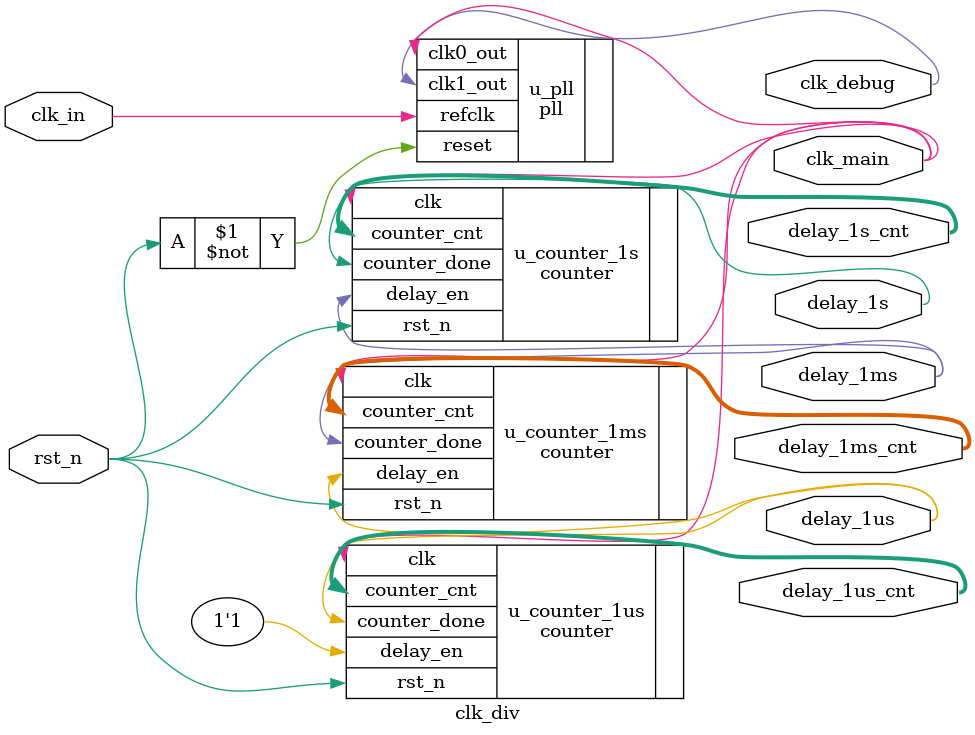
<source format=v>
`timescale 1ns/1ps

module clk_div(
    input clk_in,
    input rst_n,

    output clk_main,
    output delay_1us,
    output delay_1ms,
    output delay_1s,
    output[9:0] delay_1us_cnt,
    output[9:0] delay_1ms_cnt,
    output[9:0] delay_1s_cnt,

    output clk_debug
    );

    localparam DELAY_1US_LIMIT = 10'd11;
    localparam DELAY_1MS_LIMIT = 10'd999;
    localparam DELAY_1S_LIMIT  = 10'd999;

    pll u_pll(
        .refclk(clk_in),
        .reset(~rst_n),

        .clk0_out(clk_main),
        .clk1_out(clk_debug)
    );

    counter #(
        .DELAY_LIMIT(DELAY_1US_LIMIT)
    ) u_counter_1us(
        .clk(clk_main),
        .rst_n(rst_n),
        .delay_en(1'b1),

        .counter_cnt(delay_1us_cnt),
        .counter_done(delay_1us)
    );

    counter #(
        .DELAY_LIMIT(DELAY_1MS_LIMIT)
    ) u_counter_1ms(
        .clk(clk_main),
        .rst_n(rst_n),
        .delay_en(delay_1us),

        .counter_cnt(delay_1ms_cnt),
        .counter_done(delay_1ms)
    );

    counter #(
        .DELAY_LIMIT(DELAY_1S_LIMIT)
    ) u_counter_1s(
        .clk(clk_main),
        .rst_n(rst_n),
        .delay_en(delay_1ms),

        .counter_cnt(delay_1s_cnt),
        .counter_done(delay_1s)
    );

endmodule

</source>
